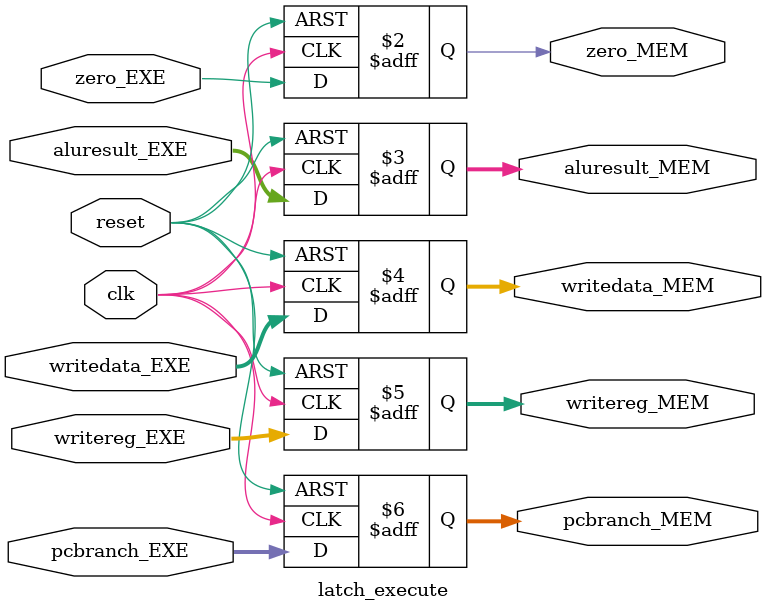
<source format=sv>
module latch_execute (input logic clk,
                      input logic reset,
                      input logic zero_EXE,
                      input logic [31:0] aluresult_EXE,
                      input logic [31:0] writedata_EXE,
                      input logic [4:0] writereg_EXE,
                      input logic [31:0] pcbranch_EXE,
                          
                      output logic zero_MEM,
                      output logic [31:0] aluresult_MEM,
                      output logic [31:0] writedata_MEM,
                      output logic [4:0] writereg_MEM,
                      output logic [31:0] pcbranch_MEM);
                          
    always_ff @(posedge clk, posedge reset) begin
        if (reset) begin
            zero_MEM <= 0;
            aluresult_MEM <= 0;
            writedata_MEM <= 0;
            writereg_MEM <= 0;
            pcbranch_MEM <= 0;
        end else begin
                zero_MEM <= zero_EXE;
                aluresult_MEM <= aluresult_EXE;
                writedata_MEM <= writedata_EXE;
                writereg_MEM <= writereg_EXE;
                pcbranch_MEM <= pcbranch_EXE;
            end
     end
endmodule 
</source>
